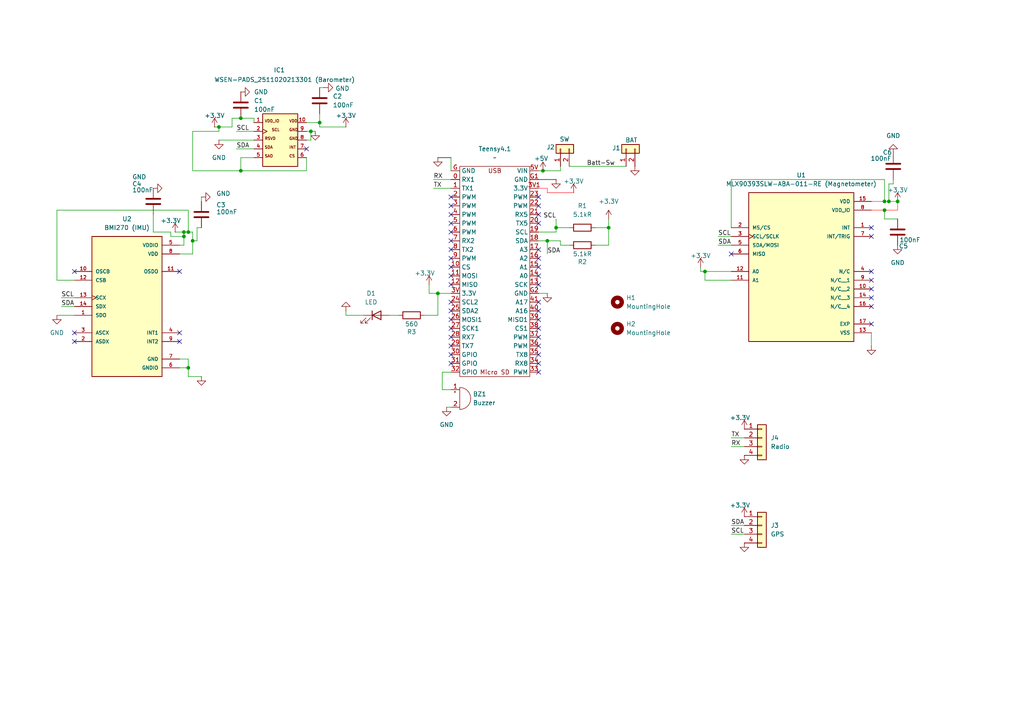
<source format=kicad_sch>
(kicad_sch (version 20250114) (generator "eeschema") (generator_version "9.0")
  (paper "A4")
  (lib_symbols
    (symbol "BMI270:BMI270" (pin_names (offset 1.016))
      (property "Reference" "U" (at -10.16 21.082 0))
      (property "Value" "BMI270" (at -10.16 -22.86 0))
      (symbol "BMI270_0_0"
        (rectangle (start -10.16 -20.32) (end 10.16 20.32) (stroke (width 0.254)) (fill (type background)))
        (pin input line (at -15.24 10.16 0) (length 5.08) (name "OSCB") (number "10"))
        (pin input line (at -15.24 7.62 0) (length 5.08) (name "CSB") (number "12"))
        (pin input clock (at -15.24 2.54 0) (length 5.08) (name "SCX") (number "13"))
        (pin bidirectional line (at -15.24 0 0) (length 5.08) (name "SDX") (number "14"))
        (pin bidirectional line (at -15.24 -2.54 0) (length 5.08) (name "SDO") (number "1"))
        (pin bidirectional line (at -15.24 -7.62 0) (length 5.08) (name "ASCX") (number "3"))
        (pin bidirectional line (at -15.24 -10.16 0) (length 5.08) (name "ASDX") (number "2"))
        (pin power_in line (at 15.24 17.78 180) (length 5.08) (name "VDDIO") (number "5"))
        (pin power_in line (at 15.24 15.24 180) (length 5.08) (name "VDD") (number "8"))
        (pin output line (at 15.24 10.16 180) (length 5.08) (name "OSDO") (number "11"))
        (pin bidirectional line (at 15.24 -7.62 180) (length 5.08) (name "INT1") (number "4"))
        (pin bidirectional line (at 15.24 -10.16 180) (length 5.08) (name "INT2") (number "9"))
        (pin power_in line (at 15.24 -15.24 180) (length 5.08) (name "GND") (number "7"))
        (pin power_in line (at 15.24 -17.78 180) (length 5.08) (name "GNDIO") (number "6"))
      )
    )
    (symbol "Connector_Generic:Conn_01x02" (pin_names (offset 1.016) (hide yes))
      (property "Reference" "J" (at 0 2.54 0))
      (property "Value" "Conn_01x02" (at 0 -5.08 0))
      (symbol "Conn_01x02_1_1"
        (rectangle (start -1.27 1.27) (end 1.27 -3.81) (stroke (width 0.254)) (fill (type background)))
        (rectangle (start -1.27 0.127) (end 0 -0.127) (stroke (width 0.1524)))
        (rectangle (start -1.27 -2.413) (end 0 -2.667) (stroke (width 0.1524)))
        (pin passive line (at -5.08 0 0) (length 3.81) (name "Pin_1") (number "1"))
        (pin passive line (at -5.08 -2.54 0) (length 3.81) (name "Pin_2") (number "2"))
      )
    )
    (symbol "Connector_Generic:Conn_01x04" (pin_names (offset 1.016) (hide yes))
      (property "Reference" "J" (at 0 5.08 0))
      (property "Value" "Conn_01x04" (at 0 -7.62 0))
      (symbol "Conn_01x04_1_1"
        (rectangle (start -1.27 3.81) (end 1.27 -6.35) (stroke (width 0.254)) (fill (type background)))
        (rectangle (start -1.27 2.667) (end 0 2.413) (stroke (width 0.1524)))
        (rectangle (start -1.27 0.127) (end 0 -0.127) (stroke (width 0.1524)))
        (rectangle (start -1.27 -2.413) (end 0 -2.667) (stroke (width 0.1524)))
        (rectangle (start -1.27 -4.953) (end 0 -5.207) (stroke (width 0.1524)))
        (pin passive line (at -5.08 2.54 0) (length 3.81) (name "Pin_1") (number "1"))
        (pin passive line (at -5.08 0 0) (length 3.81) (name "Pin_2") (number "2"))
        (pin passive line (at -5.08 -2.54 0) (length 3.81) (name "Pin_3") (number "3"))
        (pin passive line (at -5.08 -5.08 0) (length 3.81) (name "Pin_4") (number "4"))
      )
    )
    (symbol "Device:Buzzer" (pin_names (offset 0.0254) (hide yes))
      (property "Reference" "BZ" (at 3.81 1.27 0))
      (property "Value" "Buzzer" (at 3.81 -1.27 0))
      (symbol "Buzzer_0_1"
        (polyline (pts (xy -1.651 1.905) (xy -1.143 1.905)))
        (polyline (pts (xy -1.397 2.159) (xy -1.397 1.651)))
        (arc (start 0 3.175) (mid 3.1612 0) (end 0 -3.175))
        (polyline (pts (xy 0 3.175) (xy 0 -3.175)))
      )
      (symbol "Buzzer_1_1"
        (pin passive line (at -2.54 2.54 0) (length 2.54) (name "+") (number "1"))
        (pin passive line (at -2.54 -2.54 0) (length 2.54) (name "-") (number "2"))
      )
    )
    (symbol "Device:C" (pin_numbers (hide yes)) (pin_names (offset 0.254))
      (property "Reference" "C" (at 0.635 2.54 0))
      (property "Value" "C" (at 0.635 -2.54 0))
      (symbol "C_0_1"
        (polyline (pts (xy -2.032 0.762) (xy 2.032 0.762)) (stroke (width 0.508)))
        (polyline (pts (xy -2.032 -0.762) (xy 2.032 -0.762)) (stroke (width 0.508)))
      )
      (symbol "C_1_1"
        (pin passive line (at 0 3.81 270) (length 2.794) (name "~") (number "1"))
        (pin passive line (at 0 -3.81 90) (length 2.794) (name "~") (number "2"))
      )
    )
    (symbol "Device:LED" (pin_numbers (hide yes)) (pin_names (offset 1.016) (hide yes))
      (property "Reference" "D" (at 0 2.54 0))
      (property "Value" "LED" (at 0 -2.54 0))
      (symbol "LED_0_1"
        (polyline (pts (xy -3.048 -0.762) (xy -4.572 -2.286) (xy -3.81 -2.286) (xy -4.572 -2.286) (xy -4.572 -1.524)))
        (polyline (pts (xy -1.778 -0.762) (xy -3.302 -2.286) (xy -2.54 -2.286) (xy -3.302 -2.286) (xy -3.302 -1.524)))
        (polyline (pts (xy -1.27 0) (xy 1.27 0)))
        (polyline (pts (xy -1.27 -1.27) (xy -1.27 1.27)) (stroke (width 0.254)))
        (polyline (pts (xy 1.27 -1.27) (xy 1.27 1.27) (xy -1.27 0) (xy 1.27 -1.27)) (stroke (width 0.254)))
      )
      (symbol "LED_1_1"
        (pin passive line (at -3.81 0 0) (length 2.54) (name "K") (number "1"))
        (pin passive line (at 3.81 0 180) (length 2.54) (name "A") (number "2"))
      )
    )
    (symbol "Device:R" (pin_numbers (hide yes)) (pin_names (offset 0))
      (property "Reference" "R" (at 2.032 0 90))
      (property "Value" "R" (at 0 0 90))
      (symbol "R_0_1"
        (rectangle (start -1.016 -2.54) (end 1.016 2.54) (stroke (width 0.254)))
      )
      (symbol "R_1_1"
        (pin passive line (at 0 3.81 270) (length 1.27) (name "~") (number "1"))
        (pin passive line (at 0 -3.81 90) (length 1.27) (name "~") (number "2"))
      )
    )
    (symbol "MLX90393SLW-ABA-011-RE:MLX90393SLW-ABA-011-RE" (pin_names (offset 1.016))
      (property "Reference" "U" (at -15.24 16.002 0))
      (property "Value" "MLX90393SLW-ABA-011-RE" (at -15.24 -30.48 0))
      (symbol "MLX90393SLW-ABA-011-RE_0_0"
        (rectangle (start -15.24 -27.94) (end 15.24 15.24) (stroke (width 0.254)) (fill (type background)))
        (pin input line (at -20.32 5.08 0) (length 5.08) (name "MS/CS") (number "2"))
        (pin input clock (at -20.32 2.54 0) (length 5.08) (name "SCL/SCLK") (number "3"))
        (pin bidirectional line (at -20.32 0 0) (length 5.08) (name "SDA/MOSI") (number "5"))
        (pin output line (at -20.32 -2.54 0) (length 5.08) (name "MISO") (number "6"))
        (pin input line (at -20.32 -7.62 0) (length 5.08) (name "A0") (number "12"))
        (pin input line (at -20.32 -10.16 0) (length 5.08) (name "A1") (number "11"))
        (pin power_in line (at 20.32 12.7 180) (length 5.08) (name "VDD") (number "15"))
        (pin power_in line (at 20.32 10.16 180) (length 5.08) (name "VDD_IO") (number "8"))
        (pin output line (at 20.32 5.08 180) (length 5.08) (name "INT") (number "1"))
        (pin bidirectional line (at 20.32 2.54 180) (length 5.08) (name "INT/TRIG") (number "7"))
        (pin passive line (at 20.32 -7.62 180) (length 5.08) (name "N/C") (number "4"))
        (pin passive line (at 20.32 -10.16 180) (length 5.08) (name "N/C__1") (number "9"))
        (pin passive line (at 20.32 -12.7 180) (length 5.08) (name "N/C__2") (number "10"))
        (pin passive line (at 20.32 -15.24 180) (length 5.08) (name "N/C__3") (number "14"))
        (pin passive line (at 20.32 -17.78 180) (length 5.08) (name "N/C__4") (number "16"))
        (pin passive line (at 20.32 -22.86 180) (length 5.08) (name "EXP") (number "17"))
        (pin power_in line (at 20.32 -25.4 180) (length 5.08) (name "VSS") (number "13"))
      )
    )
    (symbol "Mechanical:MountingHole" (pin_names (offset 1.016)) (in_bom no)
      (property "Reference" "H" (at 0 5.08 0))
      (property "Value" "MountingHole" (at 0 3.175 0))
      (symbol "MountingHole_0_1"
        (circle (center 0 0) (radius 1.27) (stroke (width 1.27)))
      )
    )
    (symbol "WSEN-PADS_2511020213301:WSEN-PADS_2511020213301" (pin_names (offset 1.016))
      (property "Reference" "IC" (at -5.08 8.128 0))
      (property "Value" "WSEN-PADS_2511020213301" (at -5.08 -10.16 0))
      (symbol "WSEN-PADS_2511020213301_0_0"
        (rectangle (start -5.08 -7.62) (end 5.08 7.62) (stroke (width 0.254)) (fill (type background)))
        (text "VDD_IO" (at -4.572 5.08 0) (effects (font (size 0.8128 0.8128)) (justify left bottom)))
        (text "RSVD" (at -4.572 0 0) (effects (font (size 0.8128 0.8128)) (justify left bottom)))
        (text "SDA" (at -4.572 -2.54 0) (effects (font (size 0.8128 0.8128)) (justify left bottom)))
        (text "SAO" (at -4.572 -5.08 0) (effects (font (size 0.8128 0.8128)) (justify left bottom)))
        (text "SCL" (at -2.54 2.54 0) (effects (font (size 0.8128 0.8128)) (justify left bottom)))
        (text "VDD" (at 2.54 5.08 0) (effects (font (size 0.8128 0.8128)) (justify left bottom)))
        (text "GND" (at 2.54 2.54 0) (effects (font (size 0.8128 0.8128)) (justify left bottom)))
        (text "GND" (at 2.54 0 0) (effects (font (size 0.8128 0.8128)) (justify left bottom)))
        (text "INT" (at 2.54 -2.54 0) (effects (font (size 0.8128 0.8128)) (justify left bottom)))
        (text "CS" (at 2.54 -5.08 0) (effects (font (size 0.8128 0.8128)) (justify left bottom)))
        (pin power_in line (at -7.62 5.08 0) (length 2.54) (name "~") (number "1"))
        (pin input clock (at -7.62 2.54 0) (length 2.54) (name "~") (number "2"))
        (pin bidirectional line (at -7.62 0 0) (length 2.54) (name "~") (number "3"))
        (pin bidirectional line (at -7.62 -2.54 0) (length 2.54) (name "~") (number "4"))
        (pin bidirectional line (at -7.62 -5.08 0) (length 2.54) (name "~") (number "5"))
        (pin power_in line (at 7.62 5.08 180) (length 2.54) (name "~") (number "10"))
        (pin power_in line (at 7.62 2.54 180) (length 2.54) (name "~") (number "9"))
        (pin power_in line (at 7.62 0 180) (length 2.54) (name "~") (number "8"))
        (pin output line (at 7.62 -2.54 180) (length 2.54) (name "~") (number "7"))
        (pin input line (at 7.62 -5.08 180) (length 2.54) (name "~") (number "6"))
      )
    )
    (symbol "power:+3.3V" (power) (pin_numbers (hide yes)) (pin_names (offset 0) (hide yes))
      (property "Value" "+3.3V" (at 0 3.556 0))
      (symbol "+3.3V_0_1"
        (polyline (pts (xy -0.762 1.27) (xy 0 2.54)))
        (polyline (pts (xy 0 2.54) (xy 0.762 1.27)))
        (polyline (pts (xy 0 0) (xy 0 2.54)))
      )
      (symbol "+3.3V_1_1"
        (pin power_in line (at 0 0 90) (length 0) (name "~") (number "1"))
      )
    )
    (symbol "power:+5V" (power) (pin_numbers (hide yes)) (pin_names (offset 0) (hide yes))
      (property "Value" "+5V" (at 0 3.556 0))
      (symbol "+5V_0_1"
        (polyline (pts (xy -0.762 1.27) (xy 0 2.54)))
        (polyline (pts (xy 0 2.54) (xy 0.762 1.27)))
        (polyline (pts (xy 0 0) (xy 0 2.54)))
      )
      (symbol "+5V_1_1"
        (pin power_in line (at 0 0 90) (length 0) (name "~") (number "1"))
      )
    )
    (symbol "power:GND" (power) (pin_numbers (hide yes)) (pin_names (offset 0) (hide yes))
      (property "Value" "GND" (at 0 -3.81 0))
      (symbol "GND_0_1"
        (polyline (pts (xy 0 0) (xy 0 -1.27) (xy 1.27 -1.27) (xy 0 -2.54) (xy -1.27 -1.27) (xy 0 -1.27)))
      )
      (symbol "GND_1_1"
        (pin power_in line (at 0 0 270) (length 0) (name "~") (number "1"))
      )
    )
    (symbol "teensy:Teensy4.1"
      (property "Reference" "Teensy4.1" (at 0 0 90))
      (symbol "Teensy4.1_0_1"
        (rectangle (start -10.16 30.48) (end 10.16 -30.48))
      )
      (symbol "Teensy4.1_1_1"
        (text "USB" (at 0 29.21 0) (effects (font (size 1.27 1.27))))
        (text "Micro SD" (at 0 -29.21 0) (effects (font (size 1.27 1.27))))
        (pin input line (at -12.7 29.21 0) (length 2.54) (name "GND") (number "G"))
        (pin input line (at -12.7 26.67 0) (length 2.54) (name "RX1") (number "0"))
        (pin input line (at -12.7 24.13 0) (length 2.54) (name "TX1") (number "1"))
        (pin input line (at -12.7 21.59 0) (length 2.54) (name "PWM") (number "2"))
        (pin input line (at -12.7 19.05 0) (length 2.54) (name "PWM") (number "3"))
        (pin input line (at -12.7 16.51 0) (length 2.54) (name "PWM") (number "4"))
        (pin input line (at -12.7 13.97 0) (length 2.54) (name "PWM") (number "5"))
        (pin input line (at -12.7 11.43 0) (length 2.54) (name "PWM") (number "6"))
        (pin input line (at -12.7 8.89 0) (length 2.54) (name "RX2") (number "7"))
        (pin input line (at -12.7 6.35 0) (length 2.54) (name "TX2") (number "8"))
        (pin input line (at -12.7 3.81 0) (length 2.54) (name "PWM") (number "9"))
        (pin input line (at -12.7 1.27 0) (length 2.54) (name "CS") (number "10"))
        (pin input line (at -12.7 -1.27 0) (length 2.54) (name "MOSI") (number "11"))
        (pin input line (at -12.7 -3.81 0) (length 2.54) (name "MISO") (number "12"))
        (pin input line (at -12.7 -6.35 0) (length 2.54) (name "3.3V") (number "3V"))
        (pin input line (at -12.7 -8.89 0) (length 2.54) (name "SCL2") (number "24"))
        (pin input line (at -12.7 -11.43 0) (length 2.54) (name "SDA2") (number "25"))
        (pin input line (at -12.7 -13.97 0) (length 2.54) (name "MOSI1") (number "26"))
        (pin input line (at -12.7 -16.51 0) (length 2.54) (name "SCK1") (number "27"))
        (pin input line (at -12.7 -19.05 0) (length 2.54) (name "RX7") (number "28"))
        (pin input line (at -12.7 -21.59 0) (length 2.54) (name "TX7") (number "29"))
        (pin input line (at -12.7 -24.13 0) (length 2.54) (name "GPIO") (number "30"))
        (pin input line (at -12.7 -26.67 0) (length 2.54) (name "GPIO") (number "31"))
        (pin input line (at -12.7 -29.21 0) (length 2.54) (name "GPIO") (number "32"))
        (pin input line (at 12.7 29.21 180) (length 2.54) (name "VIN") (number "5V"))
        (pin input line (at 12.7 26.67 180) (length 2.54) (name "GND") (number "G1"))
        (pin input line (at 12.7 24.13 180) (length 2.54) (name "3.3V") (number "3V1"))
        (pin input line (at 12.7 21.59 180) (length 2.54) (name "PWM") (number "23"))
        (pin input line (at 12.7 19.05 180) (length 2.54) (name "PWM") (number "22"))
        (pin input line (at 12.7 16.51 180) (length 2.54) (name "RX5") (number "21"))
        (pin input line (at 12.7 13.97 180) (length 2.54) (name "TX5") (number "20"))
        (pin input line (at 12.7 11.43 180) (length 2.54) (name "SCL") (number "19"))
        (pin input line (at 12.7 8.89 180) (length 2.54) (name "SDA") (number "18"))
        (pin input line (at 12.7 6.35 180) (length 2.54) (name "A3") (number "17"))
        (pin input line (at 12.7 3.81 180) (length 2.54) (name "A2") (number "16"))
        (pin input line (at 12.7 1.27 180) (length 2.54) (name "A1") (number "15"))
        (pin input line (at 12.7 -1.27 180) (length 2.54) (name "A0") (number "14"))
        (pin input line (at 12.7 -3.81 180) (length 2.54) (name "SCK") (number "13"))
        (pin input line (at 12.7 -6.35 180) (length 2.54) (name "GND") (number "G2"))
        (pin input line (at 12.7 -8.89 180) (length 2.54) (name "A17") (number "41"))
        (pin input line (at 12.7 -11.43 180) (length 2.54) (name "A16") (number "40"))
        (pin input line (at 12.7 -13.97 180) (length 2.54) (name "MISO1") (number "39"))
        (pin input line (at 12.7 -16.51 180) (length 2.54) (name "CS1") (number "38"))
        (pin input line (at 12.7 -19.05 180) (length 2.54) (name "PWM") (number "37"))
        (pin input line (at 12.7 -21.59 180) (length 2.54) (name "PWM") (number "36"))
        (pin input line (at 12.7 -24.13 180) (length 2.54) (name "TX8") (number "35"))
        (pin input line (at 12.7 -26.67 180) (length 2.54) (name "RX8") (number "34"))
        (pin input line (at 12.7 -29.21 180) (length 2.54) (name "PWM") (number "33"))
      )
    )
  )
  (junction (at 260.35 58.42))
  (junction (at 53.34 68.58))
  (junction (at 158.75 69.85))
  (junction (at 157.48 49.53))
  (junction (at 176.53 66.04))
  (junction (at 161.29 66.04))
  (junction (at 55.88 69.85))
  (junction (at 54.61 106.68))
  (junction (at 127 85.09))
  (junction (at 257.81 58.42))
  (junction (at 63.5 36.83))
  (junction (at 54.61 67.31))
  (junction (at 90.17 38.1))
  (junction (at 69.85 49.53))
  (junction (at 256.54 58.42))
  (junction (at 92.71 35.56))
  (junction (at 69.85 34.29))
  (junction (at 256.54 60.96))
  (junction (at 204.47 78.74))
  (junction (at 53.34 67.31))
  (no_connect (at 21.59 96.52))
  (no_connect (at 156.21 57.15))
  (no_connect (at 156.21 107.95))
  (no_connect (at 130.81 97.79))
  (no_connect (at 130.81 57.15))
  (no_connect (at 130.81 105.41))
  (no_connect (at 130.81 102.87))
  (no_connect (at 252.73 83.82))
  (no_connect (at 130.81 90.17))
  (no_connect (at 52.07 78.74))
  (no_connect (at 156.21 59.69))
  (no_connect (at 156.21 105.41))
  (no_connect (at 252.73 86.36))
  (no_connect (at 156.21 97.79))
  (no_connect (at 252.73 81.28))
  (no_connect (at 156.21 87.63))
  (no_connect (at 130.81 62.23))
  (no_connect (at 130.81 64.77))
  (no_connect (at 156.21 100.33))
  (no_connect (at 130.81 87.63))
  (no_connect (at 212.09 73.66))
  (no_connect (at 156.21 90.17))
  (no_connect (at 252.73 66.04))
  (no_connect (at 88.9 43.18))
  (no_connect (at 52.07 99.06))
  (no_connect (at 130.81 100.33))
  (no_connect (at 156.21 64.77))
  (no_connect (at 130.81 59.69))
  (no_connect (at 252.73 93.98))
  (no_connect (at 130.81 67.31))
  (no_connect (at 156.21 72.39))
  (no_connect (at 156.21 62.23))
  (no_connect (at 252.73 78.74))
  (no_connect (at 21.59 99.06))
  (no_connect (at 156.21 92.71))
  (no_connect (at 130.81 82.55))
  (no_connect (at 156.21 102.87))
  (no_connect (at 21.59 78.74))
  (no_connect (at 156.21 82.55))
  (no_connect (at 130.81 95.25))
  (no_connect (at 156.21 80.01))
  (no_connect (at 130.81 80.01))
  (no_connect (at 156.21 74.93))
  (no_connect (at 130.81 77.47))
  (no_connect (at 130.81 69.85))
  (no_connect (at 252.73 88.9))
  (no_connect (at 52.07 96.52))
  (no_connect (at 156.21 95.25))
  (no_connect (at 156.21 77.47))
  (no_connect (at 252.73 68.58))
  (no_connect (at 130.81 72.39))
  (no_connect (at 130.81 74.93))
  (no_connect (at 130.81 92.71))
  (wire (pts (xy 158.75 73.66) (xy 158.75 69.85)))
  (wire (pts (xy 176.53 66.04) (xy 172.72 66.04)))
  (wire (pts (xy 162.56 48.26) (xy 162.56 49.53)))
  (wire (pts (xy 127 45.72) (xy 130.81 45.72)) (stroke (width 0) (color 0 0 0 1)))
  (wire (pts (xy 212.09 152.4) (xy 215.9 152.4)))
  (wire (pts (xy 123.19 91.44) (xy 127 91.44)))
  (wire (pts (xy 55.88 69.85) (xy 55.88 73.66)))
  (wire (pts (xy 52.07 71.12) (xy 53.34 71.12)))
  (wire (pts (xy 88.9 35.56) (xy 92.71 35.56)))
  (wire (pts (xy 69.85 45.72) (xy 69.85 49.53)))
  (wire (pts (xy 156.21 69.85) (xy 158.75 69.85)))
  (wire (pts (xy 57.15 66.04) (xy 57.15 69.85)))
  (wire (pts (xy 165.1 71.12) (xy 162.56 71.12)))
  (wire (pts (xy 157.48 49.53) (xy 162.56 49.53)))
  (wire (pts (xy 73.66 34.29) (xy 73.66 35.56)))
  (wire (pts (xy 130.81 113.03) (xy 128.27 113.03)))
  (wire (pts (xy 156.21 54.61) (xy 158.75 54.61)) (stroke (width 0) (color 255 47 69 1)))
  (wire (pts (xy 16.51 81.28) (xy 16.51 60.96)))
  (wire (pts (xy 57.15 69.85) (xy 55.88 69.85)))
  (wire (pts (xy 88.9 38.1) (xy 90.17 38.1)))
  (wire (pts (xy 54.61 109.22) (xy 54.61 106.68)))
  (wire (pts (xy 55.88 67.31) (xy 55.88 69.85)))
  (wire (pts (xy 256.54 58.42) (xy 257.81 58.42)) (stroke (width 0) (color 255 50 68 1)))
  (wire (pts (xy 55.88 49.53) (xy 55.88 38.1)))
  (wire (pts (xy 252.73 60.96) (xy 256.54 60.96)) (stroke (width 0) (color 255 55 39 1)))
  (wire (pts (xy 67.31 36.83) (xy 67.31 34.29)))
  (wire (pts (xy 125.73 52.07) (xy 130.81 52.07)))
  (wire (pts (xy 257.81 53.34) (xy 257.81 58.42)))
  (wire (pts (xy 90.17 38.1) (xy 91.44 38.1)))
  (wire (pts (xy 124.46 85.09) (xy 124.46 82.55)))
  (wire (pts (xy 54.61 106.68) (xy 54.61 104.14)))
  (wire (pts (xy 105.41 91.44) (xy 100.33 91.44)))
  (wire (pts (xy 52.07 104.14) (xy 54.61 104.14)))
  (wire (pts (xy 63.5 40.64) (xy 73.66 40.64)))
  (wire (pts (xy 212.09 66.04) (xy 212.09 52.07)))
  (wire (pts (xy 156.21 85.09) (xy 158.75 85.09)))
  (wire (pts (xy 128.27 107.95) (xy 128.27 113.03)))
  (wire (pts (xy 260.35 63.5) (xy 256.54 63.5)))
  (wire (pts (xy 130.81 45.72) (xy 130.81 49.53)))
  (wire (pts (xy 162.56 71.12) (xy 162.56 69.85)))
  (wire (pts (xy 55.88 38.1) (xy 63.5 38.1)))
  (wire (pts (xy 50.8 67.31) (xy 53.34 67.31)))
  (wire (pts (xy 158.75 55.88) (xy 166.37 55.88)) (stroke (width 0) (color 255 30 45 1)))
  (wire (pts (xy 88.9 40.64) (xy 90.17 40.64)))
  (wire (pts (xy 212.09 127) (xy 215.9 127)))
  (wire (pts (xy 165.1 48.26) (xy 181.61 48.26)))
  (wire (pts (xy 49.53 68.58) (xy 53.34 68.58)))
  (wire (pts (xy 129.54 118.11) (xy 130.81 118.11)))
  (wire (pts (xy 212.09 78.74) (xy 204.47 78.74)))
  (wire (pts (xy 125.73 54.61) (xy 130.81 54.61)))
  (wire (pts (xy 49.53 67.31) (xy 49.53 68.58)))
  (wire (pts (xy 17.78 86.36) (xy 21.59 86.36)))
  (wire (pts (xy 259.08 52.07) (xy 259.08 53.34)))
  (wire (pts (xy 127 85.09) (xy 124.46 85.09)))
  (wire (pts (xy 113.03 91.44) (xy 115.57 91.44)))
  (wire (pts (xy 256.54 63.5) (xy 256.54 60.96)))
  (wire (pts (xy 161.29 63.5) (xy 161.29 66.04)))
  (wire (pts (xy 260.35 60.96) (xy 260.35 58.42)) (stroke (width 0) (color 255 55 39 1)))
  (wire (pts (xy 204.47 78.74) (xy 203.2 78.74)))
  (wire (pts (xy 62.23 36.83) (xy 63.5 36.83)))
  (wire (pts (xy 204.47 81.28) (xy 204.47 78.74)))
  (wire (pts (xy 172.72 71.12) (xy 176.53 71.12)))
  (wire (pts (xy 88.9 45.72) (xy 88.9 49.53)))
  (wire (pts (xy 53.34 71.12) (xy 53.34 68.58)))
  (wire (pts (xy 16.51 91.44) (xy 21.59 91.44)))
  (wire (pts (xy 53.34 68.58) (xy 53.34 67.31)))
  (wire (pts (xy 73.66 45.72) (xy 69.85 45.72)))
  (wire (pts (xy 92.71 36.83) (xy 92.71 35.56)))
  (wire (pts (xy 161.29 66.04) (xy 161.29 67.31)))
  (wire (pts (xy 176.53 66.04) (xy 176.53 71.12)))
  (wire (pts (xy 67.31 34.29) (xy 69.85 34.29)))
  (wire (pts (xy 161.29 67.31) (xy 156.21 67.31)))
  (wire (pts (xy 158.75 69.85) (xy 162.56 69.85)))
  (wire (pts (xy 252.73 58.42) (xy 256.54 58.42)) (stroke (width 0) (color 255 50 68 1)))
  (wire (pts (xy 54.61 60.96) (xy 54.61 67.31)))
  (wire (pts (xy 68.58 43.18) (xy 73.66 43.18)))
  (wire (pts (xy 212.09 129.54) (xy 215.9 129.54)))
  (wire (pts (xy 44.45 62.23) (xy 44.45 67.31)))
  (wire (pts (xy 212.09 52.07) (xy 256.54 52.07)))
  (wire (pts (xy 130.81 85.09) (xy 127 85.09)))
  (wire (pts (xy 58.42 58.42) (xy 58.42 57.15)))
  (wire (pts (xy 203.2 78.74) (xy 203.2 77.47)))
  (wire (pts (xy 208.28 71.12) (xy 212.09 71.12)))
  (wire (pts (xy 259.08 53.34) (xy 257.81 53.34)))
  (wire (pts (xy 17.78 88.9) (xy 21.59 88.9)))
  (wire (pts (xy 127 91.44) (xy 127 85.09)))
  (wire (pts (xy 256.54 60.96) (xy 260.35 60.96)) (stroke (width 0) (color 255 55 39 1)))
  (wire (pts (xy 257.81 58.42) (xy 260.35 58.42)) (stroke (width 0) (color 255 50 68 1)))
  (wire (pts (xy 54.61 67.31) (xy 55.88 67.31)))
  (wire (pts (xy 52.07 73.66) (xy 55.88 73.66)))
  (wire (pts (xy 68.58 38.1) (xy 73.66 38.1)))
  (wire (pts (xy 156.21 49.53) (xy 157.48 49.53)))
  (wire (pts (xy 92.71 33.02) (xy 92.71 35.56)))
  (wire (pts (xy 90.17 38.1) (xy 90.17 40.64)))
  (wire (pts (xy 53.34 67.31) (xy 54.61 67.31)))
  (wire (pts (xy 69.85 34.29) (xy 73.66 34.29)))
  (wire (pts (xy 208.28 68.58) (xy 212.09 68.58)))
  (wire (pts (xy 69.85 49.53) (xy 55.88 49.53)))
  (wire (pts (xy 63.5 38.1) (xy 63.5 36.83)))
  (wire (pts (xy 21.59 81.28) (xy 16.51 81.28)))
  (wire (pts (xy 54.61 109.22) (xy 58.42 109.22)))
  (wire (pts (xy 212.09 81.28) (xy 204.47 81.28)))
  (wire (pts (xy 16.51 60.96) (xy 54.61 60.96)))
  (wire (pts (xy 92.71 25.4) (xy 93.98 25.4)))
  (wire (pts (xy 92.71 36.83) (xy 100.33 36.83)))
  (wire (pts (xy 100.33 91.44) (xy 100.33 90.17)))
  (wire (pts (xy 212.09 154.94) (xy 215.9 154.94)))
  (wire (pts (xy 44.45 67.31) (xy 49.53 67.31)))
  (wire (pts (xy 128.27 107.95) (xy 130.81 107.95)))
  (wire (pts (xy 52.07 106.68) (xy 54.61 106.68)))
  (wire (pts (xy 88.9 49.53) (xy 69.85 49.53)))
  (wire (pts (xy 161.29 66.04) (xy 165.1 66.04)))
  (wire (pts (xy 156.21 52.07) (xy 161.29 52.07)) (stroke (width 0) (color 0 0 0 1)))
  (wire (pts (xy 252.73 96.52) (xy 252.73 100.33)))
  (wire (pts (xy 58.42 66.04) (xy 57.15 66.04)))
  (wire (pts (xy 63.5 36.83) (xy 67.31 36.83)))
  (wire (pts (xy 256.54 52.07) (xy 256.54 58.42)))
  (wire (pts (xy 158.75 54.61) (xy 158.75 55.88)) (stroke (width 0) (color 255 44 56 1)))
  (wire (pts (xy 176.53 63.5) (xy 176.53 66.04)))
  (label "SCL" (at 161.29 63.5 180))
  (label "SDA" (at 17.78 88.9 0))
  (label "SCL" (at 68.58 38.1 0))
  (label "Batt-Sw" (at 170.18 48.26 0))
  (label "TX" (at 212.09 127 0))
  (label "SCL" (at 208.28 68.58 0))
  (label "TX" (at 125.73 54.61 0))
  (label "RX" (at 212.09 129.54 0))
  (label "SCL" (at 212.09 154.94 0))
  (label "SDA" (at 158.75 73.66 0))
  (label "SDA" (at 208.28 71.12 0))
  (label "SCL" (at 17.78 86.36 0))
  (label "SDA" (at 68.58 43.18 0))
  (label "SDA" (at 212.09 152.4 0))
  (label "RX" (at 125.73 52.07 0))
  (symbol (lib_id "Connector_Generic:Conn_01x02") (at 162.56 43.18 90) (unit 1)
    (property "Reference" "J2" (at 158.496 42.672 90) (effects (justify right)))
    (property "Value" "SW" (at 162.306 40.386 90) (effects (justify right)))
    (property "Footprint" "Connector_JST:JST_XH_S2B-XH-A-1_1x02_P2.50mm_Horizontal" (effects (hide yes)))
    (property "Description" "Generic connector, single row, 01x02, script generated (kicad-library-utils/schlib/autogen/connector/)" (effects (hide yes)))
  )
  (symbol (lib_id "power:GND") (at 100.33 90.17 180) (unit 1)
    (property "Reference" "#PWR030" (effects (hide yes)))
    (property "Value" "GND" (effects (hide yes)))
    (property "Description" "Power symbol creates a global label with name \"GND\" , ground" (effects (hide yes)))
  )
  (symbol (lib_id "power:GND") (at 129.54 118.11 0) (unit 1)
    (property "Reference" "#PWR019" (effects (hide yes)))
    (property "Value" "GND" (at 129.54 123.19 0))
    (property "Description" "Power symbol creates a global label with name \"GND\" , ground" (effects (hide yes)))
  )
  (symbol (lib_id "Connector_Generic:Conn_01x04") (at 220.98 152.4 0) (unit 1)
    (property "Reference" "J3" (at 223.52 152.3999 0) (effects (justify left)))
    (property "Value" "GPS" (at 223.52 154.9399 0) (effects (justify left)))
    (property "Footprint" "Connector_JST:JST_XH_B4B-XH-A_1x04_P2.50mm_Vertical" (effects (hide yes)))
    (property "Description" "Generic connector, single row, 01x04, script generated (kicad-library-utils/schlib/autogen/connector/)" (effects (hide yes)))
  )
  (symbol (lib_id "Device:LED") (at 109.22 91.44 0) (unit 1)
    (property "Reference" "D1" (at 107.6325 85.09 0))
    (property "Value" "LED" (at 107.6325 87.63 0))
    (property "Footprint" "LED_SMD:LED_0805_2012Metric" (effects (hide yes)))
    (property "Description" "Light emitting diode" (effects (hide yes)))
    (property "Sim.Pins" "1=K 2=A" (effects (hide yes)))
  )
  (symbol (lib_id "power:+3.3V") (at 62.23 36.83 0) (unit 1)
    (property "Reference" "#PWR018" (effects (hide yes)))
    (property "Value" "+3.3V" (at 62.23 33.528 0))
    (property "Description" "Power symbol creates a global label with name \"+3.3V\"" (effects (hide yes)))
  )
  (symbol (lib_id "power:GND") (at 58.42 57.15 90) (unit 1)
    (property "Reference" "#PWR025" (effects (hide yes)))
    (property "Value" "GND" (at 62.738 56.134 90) (effects (justify right)))
    (property "Description" "Power symbol creates a global label with name \"GND\" , ground" (effects (hide yes)))
  )
  (symbol (lib_id "power:GND") (at 215.9 157.48 0) (unit 1)
    (property "Reference" "#PWR016" (effects (hide yes)))
    (property "Value" "GND" (effects (hide yes)))
    (property "Description" "Power symbol creates a global label with name \"GND\" , ground" (effects (hide yes)))
  )
  (symbol (lib_id "BMI270:BMI270") (at 36.83 88.9 0) (unit 1)
    (property "Reference" "U2" (at 36.83 63.5 0))
    (property "Value" "BMI270 (IMU)" (at 36.83 66.04 0))
    (property "Footprint" "(BMI270) IMU Files:XDCR_BMI270" (effects (hide yes)))
    (property "PATREV" "1.0" (effects (hide yes)))
    (property "STANDARD" "Manufacturer Recommendations" (effects (hide yes)))
    (property "MAXIMUM_PACKAGE_HEIGHT" "0.87mm" (effects (hide yes)))
    (property "MANUFACTURER" "Bosch Sensortec" (effects (hide yes)))
  )
  (symbol (lib_id "Device:C") (at 259.08 48.26 0) (unit 1)
    (property "Reference" "C6" (at 256.032 44.196 0) (effects (justify left)))
    (property "Value" "100nF" (at 252.476 45.974 0) (effects (justify left)))
    (property "Footprint" "Capacitor_SMD:C_0603_1608Metric" (effects (hide yes)))
    (property "Description" "Unpolarized capacitor" (effects (hide yes)))
  )
  (symbol (lib_id "power:GND") (at 215.9 132.08 0) (unit 1)
    (property "Reference" "#PWR017" (effects (hide yes)))
    (property "Value" "GND" (effects (hide yes)))
    (property "Description" "Power symbol creates a global label with name \"GND\" , ground" (effects (hide yes)))
  )
  (symbol (lib_id "power:GND") (at 127 45.72 0) (unit 1)
    (property "Reference" "#PWR01" (effects (hide yes)))
    (property "Value" "GND" (effects (hide yes)))
    (property "Description" "Power symbol creates a global label with name \"GND\" , ground" (effects (hide yes)))
  )
  (symbol (lib_id "Mechanical:MountingHole") (at 179.07 95.25 0) (unit 1) (in_bom no)
    (property "Reference" "H2" (at 181.61 93.9799 0) (effects (justify left)))
    (property "Value" "MountingHole" (at 181.61 96.5199 0) (effects (justify left)))
    (property "Footprint" "MountingHole:MountingHole_3.2mm_M3" (effects (hide yes)))
    (property "Description" "Mounting Hole without connection" (effects (hide yes)))
  )
  (symbol (lib_id "MLX90393SLW-ABA-011-RE:MLX90393SLW-ABA-011-RE") (at 232.41 71.12 0) (unit 1)
    (property "Reference" "U1" (at 232.41 50.8 0))
    (property "Value" "MLX90393SLW-ABA-011-RE (Magnetometer)" (at 232.41 53.34 0))
    (property "Footprint" "Magnetometer:QFN-16_MLX90393_MEL" (effects (hide yes)))
    (property "PARTREV" "010" (effects (hide yes)))
    (property "MANUFACTURER" "Melexis" (effects (hide yes)))
    (property "MAXIMUM_PACKAGE_HEIGHT" "1.0mm" (effects (hide yes)))
    (property "STANDARD" "IPC-7351B" (effects (hide yes)))
  )
  (symbol (lib_id "power:GND") (at 158.75 85.09 0) (unit 1)
    (property "Reference" "#PWR05" (effects (hide yes)))
    (property "Value" "GND" (effects (hide yes)))
    (property "Description" "Power symbol creates a global label with name \"GND\" , ground" (effects (hide yes)))
  )
  (symbol (lib_id "power:GND") (at 252.73 100.33 0) (unit 1)
    (property "Reference" "#PWR08" (effects (hide yes)))
    (property "Value" "GND" (effects (hide yes)))
    (property "Description" "Power symbol creates a global label with name \"GND\" , ground" (effects (hide yes)))
  )
  (symbol (lib_id "power:GND") (at 161.29 52.07 0) (unit 1)
    (property "Reference" "#PWR04" (effects (hide yes)))
    (property "Value" "GND" (effects (hide yes)))
    (property "Description" "Power symbol creates a global label with name \"GND\" , ground" (effects (hide yes)))
  )
  (symbol (lib_id "Device:C") (at 69.85 30.48 0) (unit 1)
    (property "Reference" "C1" (at 73.66 29.2099 0) (effects (justify left)))
    (property "Value" "100nF" (at 73.66 31.7499 0) (effects (justify left)))
    (property "Footprint" "Capacitor_SMD:C_0603_1608Metric" (effects (hide yes)))
    (property "Description" "Unpolarized capacitor" (effects (hide yes)))
  )
  (symbol (lib_id "Device:C") (at 92.71 29.21 0) (unit 1)
    (property "Reference" "C2" (at 96.52 27.9399 0) (effects (justify left)))
    (property "Value" "100nF" (at 96.52 30.4799 0) (effects (justify left)))
    (property "Footprint" "Capacitor_SMD:C_0603_1608Metric" (effects (hide yes)))
    (property "Description" "Unpolarized capacitor" (effects (hide yes)))
  )
  (symbol (lib_id "power:GND") (at 184.15 48.26 0) (unit 1)
    (property "Reference" "#PWR03" (effects (hide yes)))
    (property "Value" "GND" (effects (hide yes)))
    (property "Description" "Power symbol creates a global label with name \"GND\" , ground" (effects (hide yes)))
  )
  (symbol (lib_id "power:GND") (at 260.35 71.12 0) (unit 1)
    (property "Reference" "#PWR027" (effects (hide yes)))
    (property "Value" "GND" (at 260.35 76.2 0))
    (property "Description" "Power symbol creates a global label with name \"GND\" , ground" (effects (hide yes)))
  )
  (symbol (lib_id "power:+3.3V") (at 166.37 55.88 0) (unit 1)
    (property "Reference" "#PWR02" (effects (hide yes)))
    (property "Value" "+3.3V" (at 166.37 52.578 0))
    (property "Description" "Power symbol creates a global label with name \"+3.3V\"" (effects (hide yes)))
  )
  (symbol (lib_id "power:GND") (at 63.5 40.64 0) (unit 1)
    (property "Reference" "#PWR021" (effects (hide yes)))
    (property "Value" "GND" (at 63.5 45.72 0))
    (property "Description" "Power symbol creates a global label with name \"GND\" , ground" (effects (hide yes)))
  )
  (symbol (lib_id "Device:R") (at 119.38 91.44 90) (unit 1)
    (property "Reference" "R3" (at 119.38 96.266 90))
    (property "Value" "560" (at 119.38 93.98 90))
    (property "Footprint" "Resistor_SMD:R_0201_0603Metric" (effects (hide yes)))
    (property "Description" "Resistor" (effects (hide yes)))
  )
  (symbol (lib_id "Device:C") (at 44.45 58.42 0) (unit 1)
    (property "Reference" "C4" (at 38.354 53.34 0) (effects (justify left)))
    (property "Value" "100nF" (at 38.354 55.118 0) (effects (justify left)))
    (property "Footprint" "Capacitor_SMD:C_0603_1608Metric" (effects (hide yes)))
    (property "Description" "Unpolarized capacitor" (effects (hide yes)))
  )
  (symbol (lib_id "power:GND") (at 44.45 54.61 90) (unit 1)
    (property "Reference" "#PWR026" (effects (hide yes)))
    (property "Value" "GND" (at 38.354 51.308 90) (effects (justify right)))
    (property "Description" "Power symbol creates a global label with name \"GND\" , ground" (effects (hide yes)))
  )
  (symbol (lib_id "Device:Buzzer") (at 133.35 115.57 0) (unit 1)
    (property "Reference" "BZ1" (at 137.16 114.2999 0) (effects (justify left)))
    (property "Value" "Buzzer" (at 137.16 116.8399 0) (effects (justify left)))
    (property "Footprint" "footprint:Adafruit_Buzzer" (effects (hide yes)))
    (property "Description" "Buzzer, polarized" (effects (hide yes)))
  )
  (symbol (lib_id "Device:R") (at 168.91 66.04 90) (unit 1)
    (property "Reference" "R1" (at 168.91 59.69 90))
    (property "Value" "5.1kR" (at 168.91 62.23 90))
    (property "Footprint" "Resistor_SMD:R_0201_0603Metric" (effects (hide yes)))
    (property "Description" "Resistor" (effects (hide yes)))
  )
  (symbol (lib_id "power:GND") (at 58.42 109.22 0) (unit 1)
    (property "Reference" "#PWR09" (effects (hide yes)))
    (property "Value" "GND" (effects (hide yes)))
    (property "Description" "Power symbol creates a global label with name \"GND\" , ground" (effects (hide yes)))
  )
  (symbol (lib_id "Mechanical:MountingHole") (at 179.07 87.63 0) (unit 1) (in_bom no)
    (property "Reference" "H1" (at 181.61 86.3599 0) (effects (justify left)))
    (property "Value" "MountingHole" (at 181.61 88.8999 0) (effects (justify left)))
    (property "Footprint" "MountingHole:MountingHole_3.2mm_M3" (effects (hide yes)))
    (property "Description" "Mounting Hole without connection" (effects (hide yes)))
  )
  (symbol (lib_id "power:+3.3V") (at 215.9 124.46 0) (unit 1)
    (property "Reference" "#PWR015" (effects (hide yes)))
    (property "Value" "+3.3V" (at 214.63 121.158 0))
    (property "Description" "Power symbol creates a global label with name \"+3.3V\"" (effects (hide yes)))
  )
  (symbol (lib_id "power:+3.3V") (at 50.8 67.31 0) (unit 1)
    (property "Reference" "#PWR011" (effects (hide yes)))
    (property "Value" "+3.3V" (at 49.53 64.008 0))
    (property "Description" "Power symbol creates a global label with name \"+3.3V\"" (effects (hide yes)))
  )
  (symbol (lib_id "power:+3.3V") (at 215.9 149.86 0) (unit 1)
    (property "Reference" "#PWR014" (effects (hide yes)))
    (property "Value" "+3.3V" (at 214.63 146.558 0))
    (property "Description" "Power symbol creates a global label with name \"+3.3V\"" (effects (hide yes)))
  )
  (symbol (lib_id "Device:R") (at 168.91 71.12 90) (unit 1)
    (property "Reference" "R2" (at 168.91 75.946 90))
    (property "Value" "5.1kR" (at 168.91 73.66 90))
    (property "Footprint" "Resistor_SMD:R_0201_0603Metric" (effects (hide yes)))
    (property "Description" "Resistor" (effects (hide yes)))
  )
  (symbol (lib_id "power:GND") (at 259.08 44.45 180) (unit 1)
    (property "Reference" "#PWR028" (effects (hide yes)))
    (property "Value" "GND" (at 259.08 39.37 0))
    (property "Description" "Power symbol creates a global label with name \"GND\" , ground" (effects (hide yes)))
  )
  (symbol (lib_id "Device:C") (at 58.42 62.23 0) (unit 1)
    (property "Reference" "C3" (at 62.738 59.436 0) (effects (justify left)))
    (property "Value" "100nF" (at 62.738 61.468 0) (effects (justify left)))
    (property "Footprint" "Capacitor_SMD:C_0603_1608Metric" (effects (hide yes)))
    (property "Description" "Unpolarized capacitor" (effects (hide yes)))
  )
  (symbol (lib_id "power:GND") (at 69.85 26.67 90) (unit 1)
    (property "Reference" "#PWR023" (effects (hide yes)))
    (property "Value" "GND" (at 73.66 26.6699 90) (effects (justify right)))
    (property "Description" "Power symbol creates a global label with name \"GND\" , ground" (effects (hide yes)))
  )
  (symbol (lib_id "WSEN-PADS_2511020213301:WSEN-PADS_2511020213301") (at 81.28 40.64 0) (unit 1)
    (property "Reference" "IC1" (at 81.026 20.32 0))
    (property "Value" "WSEN-PADS_2511020213301 (Barometer)" (at 82.55 23.114 0))
    (property "Footprint" "(2511020213301) Barometer Files:WSEN-PADS_2511020213301" (effects (hide yes)))
  )
  (symbol (lib_id "Connector_Generic:Conn_01x02") (at 181.61 43.18 90) (unit 1)
    (property "Reference" "J1" (at 177.546 42.926 90) (effects (justify right)))
    (property "Value" "BAT" (at 181.356 40.64 90) (effects (justify right)))
    (property "Footprint" "Connector_JST:JST_XH_S2B-XH-A-1_1x02_P2.50mm_Horizontal" (effects (hide yes)))
    (property "Description" "Generic connector, single row, 01x02, script generated (kicad-library-utils/schlib/autogen/connector/)" (effects (hide yes)))
  )
  (symbol (lib_id "power:GND") (at 16.51 91.44 0) (unit 1)
    (property "Reference" "#PWR022" (effects (hide yes)))
    (property "Value" "GND" (at 16.51 96.52 0))
    (property "Description" "Power symbol creates a global label with name \"GND\" , ground" (effects (hide yes)))
  )
  (symbol (lib_id "power:+3.3V") (at 100.33 36.83 0) (unit 1)
    (property "Reference" "#PWR012" (effects (hide yes)))
    (property "Value" "+3.3V" (at 100.33 33.528 0))
    (property "Description" "Power symbol creates a global label with name \"+3.3V\"" (effects (hide yes)))
  )
  (symbol (lib_id "power:+3.3V") (at 260.35 58.42 0) (unit 1)
    (property "Reference" "#PWR07" (effects (hide yes)))
    (property "Value" "+3.3V" (at 260.35 55.118 0))
    (property "Description" "Power symbol creates a global label with name \"+3.3V\"" (effects (hide yes)))
  )
  (symbol (lib_id "power:GND") (at 93.98 25.4 90) (unit 1)
    (property "Reference" "#PWR024" (effects (hide yes)))
    (property "Value" "GND" (at 97.282 25.654 90) (effects (justify right)))
    (property "Description" "Power symbol creates a global label with name \"GND\" , ground" (effects (hide yes)))
  )
  (symbol (lib_id "Device:C") (at 260.35 67.31 180) (unit 1)
    (property "Reference" "C5" (at 263.398 71.374 0) (effects (justify left)))
    (property "Value" "100nF" (at 266.954 69.596 0) (effects (justify left)))
    (property "Footprint" "Capacitor_SMD:C_0603_1608Metric" (effects (hide yes)))
    (property "Description" "Unpolarized capacitor" (effects (hide yes)))
  )
  (symbol (lib_id "power:+3.3V") (at 203.2 77.47 0) (unit 1)
    (property "Reference" "#PWR029" (effects (hide yes)))
    (property "Value" "+3.3V" (at 203.2 74.168 0))
    (property "Description" "Power symbol creates a global label with name \"+3.3V\"" (effects (hide yes)))
  )
  (symbol (lib_id "power:+5V") (at 157.48 49.53 0) (unit 1)
    (property "Reference" "#PWR06" (effects (hide yes)))
    (property "Value" "+5V" (at 156.972 45.974 0))
    (property "Description" "Power symbol creates a global label with name \"+5V\"" (effects (hide yes)))
  )
  (symbol (lib_id "power:+3.3V") (at 176.53 63.5 0) (unit 1)
    (property "Reference" "#PWR020" (effects (hide yes)))
    (property "Value" "+3.3V" (at 176.53 58.42 0))
    (property "Description" "Power symbol creates a global label with name \"+3.3V\"" (effects (hide yes)))
  )
  (symbol (lib_id "teensy:Teensy4.1") (at 143.51 78.74 0) (unit 1)
    (property "Reference" "Teensy4.1" (at 143.51 43.18 0))
    (property "Value" "~" (at 143.51 45.72 0))
    (property "Footprint" "footprint:teensy" (effects (hide yes)))
  )
  (symbol (lib_id "power:+3.3V") (at 124.46 82.55 0) (unit 1)
    (property "Reference" "#PWR013" (effects (hide yes)))
    (property "Value" "+3.3V" (at 123.19 79.248 0))
    (property "Description" "Power symbol creates a global label with name \"+3.3V\"" (effects (hide yes)))
  )
  (symbol (lib_id "Connector_Generic:Conn_01x04") (at 220.98 127 0) (unit 1)
    (property "Reference" "J4" (at 223.52 126.9999 0) (effects (justify left)))
    (property "Value" "Radio" (at 223.52 129.5399 0) (effects (justify left)))
    (property "Footprint" "Connector_JST:JST_XH_B4B-XH-A_1x04_P2.50mm_Vertical" (effects (hide yes)))
    (property "Description" "Generic connector, single row, 01x04, script generated (kicad-library-utils/schlib/autogen/connector/)" (effects (hide yes)))
  )
  (symbol (lib_id "power:GND") (at 91.44 38.1 0) (unit 1)
    (property "Reference" "#PWR010" (effects (hide yes)))
    (property "Value" "GND" (effects (hide yes)))
    (property "Description" "Power symbol creates a global label with name \"GND\" , ground" (effects (hide yes)))
  )
)
</source>
